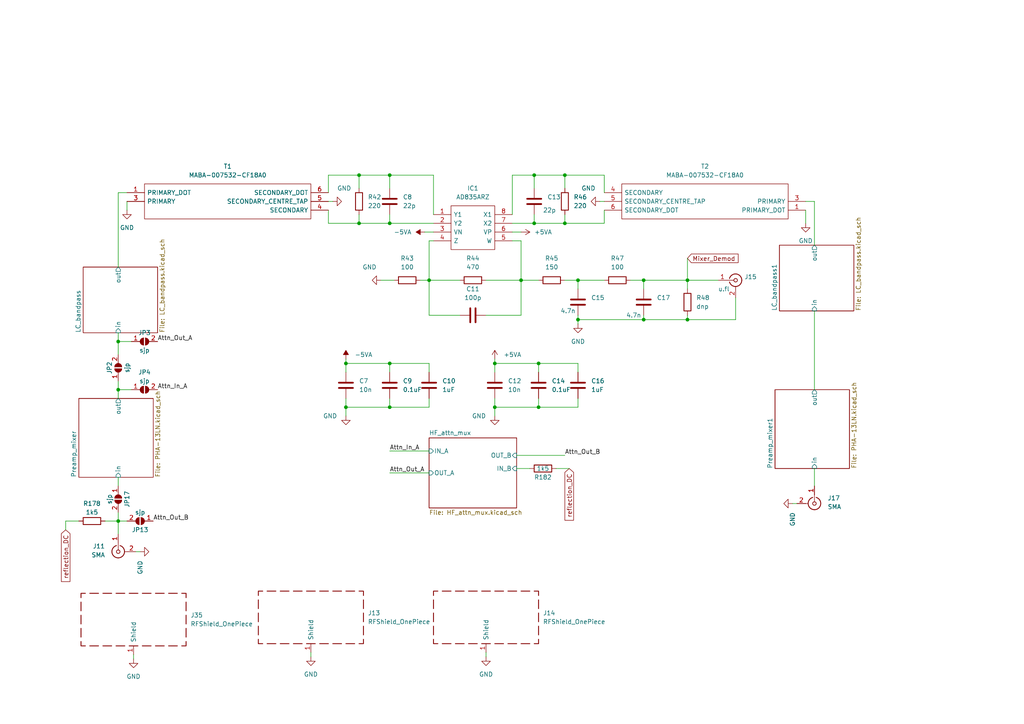
<source format=kicad_sch>
(kicad_sch (version 20211123) (generator eeschema)
  (paper "A4")
  (lib_symbols
    (symbol "Connector:Conn_Coaxial" (pin_names (offset 1.016) hide)
      (property "Reference" "J" (at 0.254 3.048 0))
      (property "Value" "Conn_Coaxial" (at 2.921 0 90))
      (symbol "Conn_Coaxial_0_1"
        (arc (start -1.778 -0.508) (mid 0.2311 -1.8066) (end 1.778 0) (stroke (width 0.254)))
        (polyline (pts (xy -2.54 0) (xy -0.508 0)))
        (polyline (pts (xy 0 -2.54) (xy 0 -1.778)))
        (circle (center 0 0) (radius 0.508) (stroke (width 0.2032)))
        (arc (start 1.778 0) (mid 0.2099 1.8101) (end -1.778 0.508) (stroke (width 0.254)))
      )
      (symbol "Conn_Coaxial_1_1"
        (pin passive line (at -5.08 0 0) (length 2.54) (name "In") (number "1"))
        (pin passive line (at 0 -5.08 90) (length 2.54) (name "Ext") (number "2"))
      )
    )
    (symbol "Device:C" (pin_numbers hide) (pin_names (offset 0.254))
      (property "Reference" "C" (at 0.635 2.54 0))
      (property "Value" "C" (at 0.635 -2.54 0))
      (symbol "C_0_1"
        (polyline (pts (xy -2.032 -0.762) (xy 2.032 -0.762)) (stroke (width 0.508)))
        (polyline (pts (xy -2.032 0.762) (xy 2.032 0.762)) (stroke (width 0.508)))
      )
      (symbol "C_1_1"
        (pin passive line (at 0 3.81 270) (length 2.794) (name "~") (number "1"))
        (pin passive line (at 0 -3.81 90) (length 2.794) (name "~") (number "2"))
      )
    )
    (symbol "Device:R" (pin_numbers hide) (pin_names (offset 0))
      (property "Reference" "R" (at 2.032 0 90))
      (property "Value" "R" (at 0 0 90))
      (symbol "R_0_1"
        (rectangle (start -1.016 -2.54) (end 1.016 2.54) (stroke (width 0.254)))
      )
      (symbol "R_1_1"
        (pin passive line (at 0 3.81 270) (length 1.27) (name "~") (number "1"))
        (pin passive line (at 0 -3.81 90) (length 1.27) (name "~") (number "2"))
      )
    )
    (symbol "Device:RFShield_OnePiece" (pin_names (offset 1.016))
      (property "Reference" "J" (at 0 5.08 0))
      (property "Value" "RFShield_OnePiece" (at 0 2.54 0))
      (symbol "RFShield_OnePiece_0_1"
        (polyline (pts (xy -15.24 -5.08) (xy -15.24 -2.54)) (stroke (width 0.254)))
        (polyline (pts (xy -15.24 -1.27) (xy -15.24 1.27)) (stroke (width 0.254)))
        (polyline (pts (xy -15.24 2.54) (xy -15.24 5.08)) (stroke (width 0.254)))
        (polyline (pts (xy -12.7 7.62) (xy -10.16 7.62)) (stroke (width 0.254)))
        (polyline (pts (xy -10.16 -7.62) (xy -12.7 -7.62)) (stroke (width 0.254)))
        (polyline (pts (xy -6.35 -7.62) (xy -8.89 -7.62)) (stroke (width 0.254)))
        (polyline (pts (xy -6.35 7.62) (xy -8.89 7.62)) (stroke (width 0.254)))
        (polyline (pts (xy -2.54 -7.62) (xy -5.08 -7.62)) (stroke (width 0.254)))
        (polyline (pts (xy -2.54 7.62) (xy -5.08 7.62)) (stroke (width 0.254)))
        (polyline (pts (xy -1.27 -7.62) (xy 1.27 -7.62)) (stroke (width 0.254)))
        (polyline (pts (xy 1.27 7.62) (xy -1.27 7.62)) (stroke (width 0.254)))
        (polyline (pts (xy 2.54 -7.62) (xy 5.08 -7.62)) (stroke (width 0.254)))
        (polyline (pts (xy 5.08 7.62) (xy 2.54 7.62)) (stroke (width 0.254)))
        (polyline (pts (xy 6.35 -7.62) (xy 8.89 -7.62)) (stroke (width 0.254)))
        (polyline (pts (xy 8.89 7.62) (xy 6.35 7.62)) (stroke (width 0.254)))
        (polyline (pts (xy 10.16 -7.62) (xy 12.7 -7.62)) (stroke (width 0.254)))
        (polyline (pts (xy 12.7 7.62) (xy 10.16 7.62)) (stroke (width 0.254)))
        (polyline (pts (xy 15.24 -5.08) (xy 15.24 -2.54)) (stroke (width 0.254)))
        (polyline (pts (xy 15.24 -1.27) (xy 15.24 1.27)) (stroke (width 0.254)))
        (polyline (pts (xy 15.24 2.54) (xy 15.24 5.08)) (stroke (width 0.254)))
        (polyline (pts (xy -15.24 6.35) (xy -15.24 7.62) (xy -13.97 7.62)) (stroke (width 0.254)))
        (polyline (pts (xy -13.97 -7.62) (xy -15.24 -7.62) (xy -15.24 -6.35)) (stroke (width 0.254)))
        (polyline (pts (xy 13.97 -7.62) (xy 15.24 -7.62) (xy 15.24 -6.35)) (stroke (width 0.254)))
        (polyline (pts (xy 15.24 6.35) (xy 15.24 7.62) (xy 13.97 7.62)) (stroke (width 0.254)))
      )
      (symbol "RFShield_OnePiece_1_1"
        (pin passive line (at 0 -10.16 90) (length 2.54) (name "Shield") (number "1"))
      )
    )
    (symbol "Jumper:SolderJumper_2_Open" (pin_names (offset 0) hide)
      (property "Reference" "JP" (at 0 2.032 0))
      (property "Value" "SolderJumper_2_Open" (at 0 -2.54 0))
      (symbol "SolderJumper_2_Open_0_1"
        (arc (start -0.254 1.016) (mid -1.27 0) (end -0.254 -1.016))
        (arc (start -0.254 1.016) (mid -1.27 0) (end -0.254 -1.016) (fill (type outline)))
        (polyline (pts (xy -0.254 1.016) (xy -0.254 -1.016)))
        (polyline (pts (xy 0.254 1.016) (xy 0.254 -1.016)))
        (arc (start 0.254 -1.016) (mid 1.27 0) (end 0.254 1.016))
        (arc (start 0.254 -1.016) (mid 1.27 0) (end 0.254 1.016) (fill (type outline)))
      )
      (symbol "SolderJumper_2_Open_1_1"
        (pin passive line (at -3.81 0 0) (length 2.54) (name "A") (number "1"))
        (pin passive line (at 3.81 0 180) (length 2.54) (name "B") (number "2"))
      )
    )
    (symbol "SamacSys_Parts:AD835ARZ" (pin_names (offset 0.762))
      (property "Reference" "IC" (at 19.05 7.62 0))
      (property "Value" "AD835ARZ" (at 19.05 5.08 0))
      (symbol "AD835ARZ_0_0"
        (pin passive line (at 0 0 0) (length 5.08) (name "Y1") (number "1"))
        (pin passive line (at 0 -2.54 0) (length 5.08) (name "Y2") (number "2"))
        (pin passive line (at 0 -5.08 0) (length 5.08) (name "VN") (number "3"))
        (pin passive line (at 0 -7.62 0) (length 5.08) (name "Z") (number "4"))
        (pin passive line (at 22.86 -7.62 180) (length 5.08) (name "W") (number "5"))
        (pin passive line (at 22.86 -5.08 180) (length 5.08) (name "VP") (number "6"))
        (pin passive line (at 22.86 -2.54 180) (length 5.08) (name "X2") (number "7"))
        (pin passive line (at 22.86 0 180) (length 5.08) (name "X1") (number "8"))
      )
      (symbol "AD835ARZ_0_1"
        (polyline (pts (xy 5.08 2.54) (xy 17.78 2.54) (xy 17.78 -10.16) (xy 5.08 -10.16) (xy 5.08 2.54)) (stroke (width 0.1524)))
      )
    )
    (symbol "SamacSys_Parts:MABA-007532-CF18A0" (pin_names (offset 0.762))
      (property "Reference" "T" (at 54.61 7.62 0))
      (property "Value" "MABA-007532-CF18A0" (at 54.61 5.08 0))
      (symbol "MABA-007532-CF18A0_0_0"
        (pin passive line (at 0 0 0) (length 5.08) (name "PRIMARY_DOT") (number "1"))
        (pin passive line (at 0 -2.54 0) (length 5.08) (name "PRIMARY") (number "3"))
        (pin passive line (at 58.42 -5.08 180) (length 5.08) (name "SECONDARY") (number "4"))
        (pin passive line (at 58.42 -2.54 180) (length 5.08) (name "SECONDARY_CENTRE_TAP") (number "5"))
        (pin passive line (at 58.42 0 180) (length 5.08) (name "SECONDARY_DOT") (number "6"))
      )
      (symbol "MABA-007532-CF18A0_0_1"
        (polyline (pts (xy 5.08 2.54) (xy 53.34 2.54) (xy 53.34 -7.62) (xy 5.08 -7.62) (xy 5.08 2.54)) (stroke (width 0.1524)))
      )
    )
    (symbol "power:+5VA" (power) (pin_names (offset 0))
      (property "Value" "+5VA" (at 0 3.556 0))
      (symbol "+5VA_0_1"
        (polyline (pts (xy -0.762 1.27) (xy 0 2.54)))
        (polyline (pts (xy 0 0) (xy 0 2.54)))
        (polyline (pts (xy 0 2.54) (xy 0.762 1.27)))
      )
      (symbol "+5VA_1_1"
        (pin power_in line (at 0 0 90) (length 0) hide (name "+5VA") (number "1"))
      )
    )
    (symbol "power:-5VA" (power) (pin_names (offset 0))
      (property "Value" "-5VA" (at 0 3.81 0))
      (symbol "-5VA_0_0"
        (pin power_in line (at 0 0 90) (length 0) hide (name "-5VA") (number "1"))
      )
      (symbol "-5VA_0_1"
        (polyline (pts (xy 0 0) (xy 0 1.27) (xy 0.762 1.27) (xy 0 2.54) (xy -0.762 1.27) (xy 0 1.27)) (fill (type outline)))
      )
    )
    (symbol "power:GND" (power) (pin_names (offset 0))
      (property "Value" "GND" (at 0 -3.81 0))
      (symbol "GND_0_1"
        (polyline (pts (xy 0 0) (xy 0 -1.27) (xy 1.27 -1.27) (xy 0 -2.54) (xy -1.27 -1.27) (xy 0 -1.27)))
      )
      (symbol "GND_1_1"
        (pin power_in line (at 0 0 270) (length 0) hide (name "GND") (number "1"))
      )
    )
  )
  (junction (at 186.69 92.71))
  (junction (at 143.51 118.11))
  (junction (at 100.33 105.41))
  (junction (at 124.46 81.28))
  (junction (at 199.39 81.28))
  (junction (at 163.83 50.8))
  (junction (at 199.39 92.71))
  (junction (at 154.94 50.8))
  (junction (at 113.03 118.11))
  (junction (at 156.21 105.41))
  (junction (at 34.29 113.03))
  (junction (at 163.83 64.77))
  (junction (at 167.64 81.28))
  (junction (at 154.94 64.77))
  (junction (at 104.14 50.8))
  (junction (at 104.14 64.77))
  (junction (at 113.03 50.8))
  (junction (at 143.51 105.41))
  (junction (at 113.03 64.77))
  (junction (at 34.29 151.13))
  (junction (at 186.69 81.28))
  (junction (at 156.21 118.11))
  (junction (at 167.64 92.71))
  (junction (at 113.03 105.41))
  (junction (at 100.33 118.11))
  (junction (at 151.13 81.28))
  (junction (at 34.29 99.06))
  (wire (pts (xy 104.14 50.8) (xy 113.03 50.8)))
  (wire (pts (xy 233.68 58.42) (xy 236.22 58.42)))
  (wire (pts (xy 143.51 105.41) (xy 143.51 107.95)))
  (wire (pts (xy 113.03 64.77) (xy 125.73 64.77)))
  (wire (pts (xy 95.25 64.77) (xy 104.14 64.77)))
  (wire (pts (xy 199.39 91.44) (xy 199.39 92.71)))
  (wire (pts (xy 100.33 105.41) (xy 100.33 107.95)))
  (wire (pts (xy 163.83 132.08) (xy 149.86 132.08)))
  (wire (pts (xy 175.26 55.88) (xy 175.26 50.8)))
  (wire (pts (xy 100.33 118.11) (xy 113.03 118.11)))
  (wire (pts (xy 34.29 110.49) (xy 34.29 113.03)))
  (wire (pts (xy 100.33 105.41) (xy 113.03 105.41)))
  (wire (pts (xy 143.51 105.41) (xy 156.21 105.41)))
  (wire (pts (xy 34.29 55.88) (xy 34.29 77.47)))
  (wire (pts (xy 100.33 120.65) (xy 100.33 118.11)))
  (wire (pts (xy 113.03 118.11) (xy 124.46 118.11)))
  (wire (pts (xy 113.03 115.57) (xy 113.03 118.11)))
  (wire (pts (xy 148.59 64.77) (xy 154.94 64.77)))
  (wire (pts (xy 110.49 81.28) (xy 114.3 81.28)))
  (wire (pts (xy 34.29 148.59) (xy 34.29 151.13)))
  (wire (pts (xy 140.97 190.5) (xy 140.97 189.23)))
  (wire (pts (xy 167.64 92.71) (xy 167.64 93.98)))
  (wire (pts (xy 175.26 60.96) (xy 175.26 64.77)))
  (wire (pts (xy 148.59 50.8) (xy 148.59 62.23)))
  (wire (pts (xy 167.64 105.41) (xy 156.21 105.41)))
  (wire (pts (xy 199.39 81.28) (xy 208.28 81.28)))
  (wire (pts (xy 186.69 91.44) (xy 186.69 92.71)))
  (wire (pts (xy 151.13 67.31) (xy 148.59 67.31)))
  (wire (pts (xy 34.29 115.57) (xy 34.29 113.03)))
  (wire (pts (xy 167.64 91.44) (xy 167.64 92.71)))
  (wire (pts (xy 236.22 71.12) (xy 236.22 58.42)))
  (wire (pts (xy 19.05 153.67) (xy 19.05 151.13)))
  (wire (pts (xy 124.46 118.11) (xy 124.46 115.57)))
  (wire (pts (xy 133.35 91.44) (xy 124.46 91.44)))
  (wire (pts (xy 113.03 62.23) (xy 113.03 64.77)))
  (wire (pts (xy 38.735 191.135) (xy 38.735 189.865)))
  (wire (pts (xy 148.59 69.85) (xy 151.13 69.85)))
  (wire (pts (xy 19.05 151.13) (xy 22.86 151.13)))
  (wire (pts (xy 229.87 146.05) (xy 231.14 146.05)))
  (wire (pts (xy 236.22 140.97) (xy 236.22 135.89)))
  (wire (pts (xy 104.14 64.77) (xy 113.03 64.77)))
  (wire (pts (xy 113.03 137.16) (xy 124.46 137.16)))
  (wire (pts (xy 151.13 81.28) (xy 151.13 91.44)))
  (wire (pts (xy 151.13 81.28) (xy 140.97 81.28)))
  (wire (pts (xy 156.21 118.11) (xy 167.64 118.11)))
  (wire (pts (xy 167.64 92.71) (xy 186.69 92.71)))
  (wire (pts (xy 199.39 92.71) (xy 213.36 92.71)))
  (wire (pts (xy 143.51 118.11) (xy 156.21 118.11)))
  (wire (pts (xy 154.94 54.61) (xy 154.94 50.8)))
  (wire (pts (xy 36.83 60.96) (xy 36.83 58.42)))
  (wire (pts (xy 233.68 64.77) (xy 233.68 60.96)))
  (wire (pts (xy 104.14 54.61) (xy 104.14 50.8)))
  (wire (pts (xy 186.69 81.28) (xy 199.39 81.28)))
  (wire (pts (xy 156.21 105.41) (xy 156.21 107.95)))
  (wire (pts (xy 40.64 160.02) (xy 39.37 160.02)))
  (wire (pts (xy 34.29 99.06) (xy 34.29 96.52)))
  (wire (pts (xy 153.67 135.89) (xy 149.86 135.89)))
  (wire (pts (xy 163.83 54.61) (xy 163.83 50.8)))
  (wire (pts (xy 113.03 50.8) (xy 113.03 54.61)))
  (wire (pts (xy 143.51 120.65) (xy 143.51 118.11)))
  (wire (pts (xy 124.46 81.28) (xy 121.92 81.28)))
  (wire (pts (xy 124.46 91.44) (xy 124.46 81.28)))
  (wire (pts (xy 100.33 118.11) (xy 100.33 115.57)))
  (wire (pts (xy 199.39 83.82) (xy 199.39 81.28)))
  (wire (pts (xy 34.29 151.13) (xy 34.29 154.94)))
  (wire (pts (xy 236.22 90.17) (xy 236.22 113.03)))
  (wire (pts (xy 90.17 190.5) (xy 90.17 189.23)))
  (wire (pts (xy 104.14 50.8) (xy 95.25 50.8)))
  (wire (pts (xy 95.25 60.96) (xy 95.25 64.77)))
  (wire (pts (xy 140.97 91.44) (xy 151.13 91.44)))
  (wire (pts (xy 95.25 58.42) (xy 96.52 58.42)))
  (wire (pts (xy 30.48 151.13) (xy 34.29 151.13)))
  (wire (pts (xy 167.64 107.95) (xy 167.64 105.41)))
  (wire (pts (xy 36.83 55.88) (xy 34.29 55.88)))
  (wire (pts (xy 151.13 69.85) (xy 151.13 81.28)))
  (wire (pts (xy 36.83 151.13) (xy 34.29 151.13)))
  (wire (pts (xy 38.1 113.03) (xy 34.29 113.03)))
  (wire (pts (xy 175.26 58.42) (xy 173.99 58.42)))
  (wire (pts (xy 125.73 62.23) (xy 125.73 50.8)))
  (wire (pts (xy 154.94 62.23) (xy 154.94 64.77)))
  (wire (pts (xy 38.1 99.06) (xy 34.29 99.06)))
  (wire (pts (xy 213.36 92.71) (xy 213.36 86.36)))
  (wire (pts (xy 133.35 81.28) (xy 124.46 81.28)))
  (wire (pts (xy 34.29 99.06) (xy 34.29 102.87)))
  (wire (pts (xy 199.39 74.93) (xy 199.39 81.28)))
  (wire (pts (xy 156.21 81.28) (xy 151.13 81.28)))
  (wire (pts (xy 113.03 50.8) (xy 125.73 50.8)))
  (wire (pts (xy 125.73 69.85) (xy 124.46 69.85)))
  (wire (pts (xy 163.83 62.23) (xy 163.83 64.77)))
  (wire (pts (xy 100.33 104.14) (xy 100.33 105.41)))
  (wire (pts (xy 143.51 104.14) (xy 143.51 105.41)))
  (wire (pts (xy 186.69 92.71) (xy 199.39 92.71)))
  (wire (pts (xy 124.46 69.85) (xy 124.46 81.28)))
  (wire (pts (xy 163.83 64.77) (xy 175.26 64.77)))
  (wire (pts (xy 148.59 50.8) (xy 154.94 50.8)))
  (wire (pts (xy 104.14 62.23) (xy 104.14 64.77)))
  (wire (pts (xy 95.25 50.8) (xy 95.25 55.88)))
  (wire (pts (xy 165.1 135.89) (xy 161.29 135.89)))
  (wire (pts (xy 156.21 115.57) (xy 156.21 118.11)))
  (wire (pts (xy 154.94 64.77) (xy 163.83 64.77)))
  (wire (pts (xy 186.69 81.28) (xy 186.69 83.82)))
  (wire (pts (xy 34.29 138.43) (xy 34.29 140.97)))
  (wire (pts (xy 163.83 81.28) (xy 167.64 81.28)))
  (wire (pts (xy 123.19 67.31) (xy 125.73 67.31)))
  (wire (pts (xy 167.64 81.28) (xy 167.64 83.82)))
  (wire (pts (xy 124.46 105.41) (xy 113.03 105.41)))
  (wire (pts (xy 154.94 50.8) (xy 163.83 50.8)))
  (wire (pts (xy 163.83 50.8) (xy 175.26 50.8)))
  (wire (pts (xy 124.46 107.95) (xy 124.46 105.41)))
  (wire (pts (xy 143.51 118.11) (xy 143.51 115.57)))
  (wire (pts (xy 113.03 105.41) (xy 113.03 107.95)))
  (wire (pts (xy 186.69 81.28) (xy 182.88 81.28)))
  (wire (pts (xy 175.26 81.28) (xy 167.64 81.28)))
  (wire (pts (xy 113.03 130.81) (xy 124.46 130.81)))
  (wire (pts (xy 167.64 118.11) (xy 167.64 115.57)))
  (label "Attn_In_A" (at 113.03 130.81 0))
  (label "Attn_Out_B" (at 44.45 151.13 0))
  (label "Attn_Out_B" (at 163.83 132.08 0))
  (label "Attn_Out_A" (at 113.03 137.16 0))
  (label "Attn_In_A" (at 45.72 113.03 0))
  (label "Attn_Out_A" (at 45.72 99.06 0))
  (global_label "Mixer_Demod" (shape input) (at 199.39 74.93 0) (property "Intersheet References" "${INTERSHEET_REFS}" (effects hide)))
  (global_label "reflection_DC" (shape input) (at 19.05 153.67 270) (property "Intersheet References" "${INTERSHEET_REFS}" (effects hide)))
  (global_label "reflection_DC" (shape input) (at 165.1 135.89 270) (property "Intersheet References" "${INTERSHEET_REFS}" (effects hide)))
  (symbol (lib_id "Device:C") (at 113.03 58.42 180) (unit 1)
    (property "Reference" "C8" (at 116.84 57.1499 0) (effects (justify right)))
    (property "Value" "22p" (at 116.84 59.6899 0) (effects (justify right)))
    (property "Footprint" "Capacitor_SMD:C_0805_2012Metric" (effects hide))
  )
  (symbol (lib_id "Device:R") (at 26.67 151.13 90) (unit 1)
    (property "Reference" "R178" (at 26.67 146.05 90))
    (property "Value" "1k5" (at 26.67 148.59 90))
    (property "Footprint" "Resistor_SMD:R_0805_2012Metric" (effects hide))
  )
  (symbol (lib_id "Jumper:SolderJumper_2_Open") (at 34.29 144.78 270) (unit 1)
    (property "Reference" "JP17" (at 36.83 144.78 0))
    (property "Value" "sjp" (at 31.75 144.78 0))
    (property "Footprint" "Jumper:SolderJumper-2_P1.3mm_Open_RoundedPad1.0x1.5mm" (effects hide))
  )
  (symbol (lib_id "Device:R") (at 199.39 87.63 180) (unit 1)
    (property "Reference" "R48" (at 201.93 86.3599 0) (effects (justify right)))
    (property "Value" "dnp" (at 201.93 88.8999 0) (effects (justify right)))
    (property "Footprint" "Resistor_SMD:R_0805_2012Metric" (effects hide))
  )
  (symbol (lib_id "Jumper:SolderJumper_2_Open") (at 41.91 113.03 0) (unit 1)
    (property "Reference" "JP4" (at 41.91 107.95 0))
    (property "Value" "sjp" (at 41.91 110.49 0))
    (property "Footprint" "Jumper:SolderJumper-2_P1.3mm_Open_RoundedPad1.0x1.5mm" (effects hide))
  )
  (symbol (lib_id "Device:R") (at 118.11 81.28 90) (unit 1)
    (property "Reference" "R43" (at 118.11 74.93 90))
    (property "Value" "100" (at 118.11 77.47 90))
    (property "Footprint" "Resistor_SMD:R_0805_2012Metric" (effects hide))
  )
  (symbol (lib_id "Device:C") (at 156.21 111.76 0) (unit 1)
    (property "Reference" "C14" (at 160.02 110.4899 0) (effects (justify left)))
    (property "Value" "0.1uF" (at 160.02 113.0299 0) (effects (justify left)))
    (property "Footprint" "Capacitor_SMD:C_0603_1608Metric_Pad1.08x0.95mm_HandSolder" (effects hide))
  )
  (symbol (lib_id "Device:C") (at 143.51 111.76 0) (unit 1)
    (property "Reference" "C12" (at 147.32 110.4899 0) (effects (justify left)))
    (property "Value" "10n" (at 147.32 113.0299 0) (effects (justify left)))
    (property "Footprint" "Capacitor_SMD:C_0603_1608Metric_Pad1.08x0.95mm_HandSolder" (effects hide))
  )
  (symbol (lib_id "Device:C") (at 137.16 91.44 90) (unit 1)
    (property "Reference" "C11" (at 137.16 83.82 90))
    (property "Value" "100p" (at 137.16 86.36 90))
    (property "Footprint" "Capacitor_SMD:C_0805_2012Metric" (effects hide))
  )
  (symbol (lib_id "power:GND") (at 96.52 58.42 90) (mirror x) (unit 1)
    (property "Reference" "#PWR0151" (effects hide))
    (property "Value" "GND" (at 97.79 54.61 90) (effects (justify right)))
  )
  (symbol (lib_id "Connector:Conn_Coaxial") (at 34.29 160.02 90) (mirror x) (unit 1)
    (property "Reference" "J11" (at 30.48 158.4324 90) (effects (justify left)))
    (property "Value" "SMA" (at 30.48 160.9724 90) (effects (justify left)))
    (property "Footprint" "Connector_Coaxial:SMA_Amphenol_132134-10_Vertical" (effects hide))
    (property "Datasheet" " ~" (effects hide))
  )
  (symbol (lib_id "power:GND") (at 233.68 64.77 0) (mirror y) (unit 1)
    (property "Reference" "#PWR0164" (effects hide))
    (property "Value" "GND" (at 233.68 69.85 0))
  )
  (symbol (lib_id "power:+5VA") (at 151.13 67.31 270) (unit 1)
    (property "Reference" "#PWR0165" (effects hide))
    (property "Value" "+5VA" (at 154.94 67.3099 90) (effects (justify left)))
  )
  (symbol (lib_id "Connector:Conn_Coaxial") (at 213.36 81.28 0) (unit 1)
    (property "Reference" "J15" (at 215.9 80.3031 0) (effects (justify left)))
    (property "Value" "u.fl" (at 208.28 83.82 0) (effects (justify left)))
    (property "Footprint" "Connector_Coaxial:U.FL_Hirose_U.FL-R-SMT-1_Vertical" (effects hide))
    (property "Datasheet" " ~" (effects hide))
  )
  (symbol (lib_id "Device:C") (at 167.64 87.63 180) (unit 1)
    (property "Reference" "C15" (at 171.45 86.3599 0) (effects (justify right)))
    (property "Value" "4.7n" (at 162.56 90.17 0) (effects (justify right)))
    (property "Footprint" "Capacitor_SMD:C_0805_2012Metric" (effects hide))
  )
  (symbol (lib_id "Device:RFShield_OnePiece") (at 38.735 179.705 0) (unit 1)
    (property "Reference" "J35" (at 55.245 178.4349 0) (effects (justify left)))
    (property "Value" "RFShield_OnePiece" (at 55.245 180.9749 0) (effects (justify left)))
    (property "Footprint" "SamacSys_Parts:21187222_RF_shield" (effects hide))
  )
  (symbol (lib_id "SamacSys_Parts:MABA-007532-CF18A0") (at 36.83 55.88 0) (unit 1)
    (property "Reference" "T1" (at 66.04 48.26 0))
    (property "Value" "MABA-007532-CF18A0" (at 66.04 50.8 0))
    (property "Footprint" "SamacSys_Parts:MABA007532CF18A0" (effects hide))
    (property "Datasheet" "https://cdn.macom.com/datasheets/MABA-007532-CF18A0.pdf" (effects hide))
    (property "Description" "Audio Transformers / Signal Transformers 2-500MHz Center Tap Imp. Ratio 1:1" (effects hide))
    (property "Height" "3.82" (effects hide))
    (property "Mouser Part Number" "937-MABA007532CF18A0" (effects hide))
    (property "Mouser Price/Stock" "https://www.mouser.co.uk/ProductDetail/MACOM/MABA-007532-CF18A0?qs=zQS7eqYV0KQDfjGrigKCxA%3D%3D" (effects hide))
    (property "Manufacturer_Name" "MACOM" (effects hide))
    (property "Manufacturer_Part_Number" "MABA-007532-CF18A0" (effects hide))
  )
  (symbol (lib_id "Device:R") (at 104.14 58.42 0) (mirror y) (unit 1)
    (property "Reference" "R42" (at 106.68 57.1499 0) (effects (justify right)))
    (property "Value" "220" (at 106.68 59.6899 0) (effects (justify right)))
    (property "Footprint" "Resistor_SMD:R_0805_2012Metric" (effects hide))
  )
  (symbol (lib_id "Device:RFShield_OnePiece") (at 140.97 179.07 0) (unit 1)
    (property "Reference" "J14" (at 157.48 177.7999 0) (effects (justify left)))
    (property "Value" "RFShield_OnePiece" (at 157.48 180.3399 0) (effects (justify left)))
    (property "Footprint" "SamacSys_Parts:21187222_RF_shield" (effects hide))
  )
  (symbol (lib_id "power:GND") (at 100.33 120.65 0) (unit 1)
    (property "Reference" "#PWR0158" (effects hide))
    (property "Value" "GND" (at 97.79 120.65 0) (effects (justify right)))
  )
  (symbol (lib_id "Device:C") (at 100.33 111.76 0) (unit 1)
    (property "Reference" "C7" (at 104.14 110.4899 0) (effects (justify left)))
    (property "Value" "10n" (at 104.14 113.0299 0) (effects (justify left)))
    (property "Footprint" "Capacitor_SMD:C_0603_1608Metric_Pad1.08x0.95mm_HandSolder" (effects hide))
  )
  (symbol (lib_id "power:GND") (at 40.64 160.02 90) (unit 1)
    (property "Reference" "#PWR0154" (effects hide))
    (property "Value" "GND" (at 40.64 162.56 0) (effects (justify right)))
  )
  (symbol (lib_id "power:+5VA") (at 143.51 104.14 0) (unit 1)
    (property "Reference" "#PWR0156" (effects hide))
    (property "Value" "+5VA" (at 146.05 102.8699 0) (effects (justify left)))
  )
  (symbol (lib_id "power:GND") (at 38.735 191.135 0) (unit 1)
    (property "Reference" "#PWR0245" (effects hide))
    (property "Value" "GND" (at 38.735 196.215 0))
  )
  (symbol (lib_id "Device:RFShield_OnePiece") (at 90.17 179.07 0) (unit 1)
    (property "Reference" "J13" (at 106.68 177.7999 0) (effects (justify left)))
    (property "Value" "RFShield_OnePiece" (at 106.68 180.3399 0) (effects (justify left)))
    (property "Footprint" "SamacSys_Parts:21187222_RF_shield" (effects hide))
  )
  (symbol (lib_id "power:GND") (at 173.99 58.42 270) (unit 1)
    (property "Reference" "#PWR0166" (effects hide))
    (property "Value" "GND" (at 172.72 54.61 90) (effects (justify right)))
  )
  (symbol (lib_id "Jumper:SolderJumper_2_Open") (at 34.29 106.68 90) (unit 1)
    (property "Reference" "JP2" (at 31.75 106.68 0))
    (property "Value" "sjp" (at 36.83 106.68 0))
    (property "Footprint" "Jumper:SolderJumper-2_P1.3mm_Open_RoundedPad1.0x1.5mm" (effects hide))
  )
  (symbol (lib_id "Jumper:SolderJumper_2_Open") (at 41.91 99.06 0) (unit 1)
    (property "Reference" "JP3" (at 41.91 96.52 0))
    (property "Value" "sjp" (at 41.91 101.6 0))
    (property "Footprint" "Jumper:SolderJumper-2_P1.3mm_Open_RoundedPad1.0x1.5mm" (effects hide))
  )
  (symbol (lib_id "power:GND") (at 167.64 93.98 0) (unit 1)
    (property "Reference" "#PWR0155" (effects hide))
    (property "Value" "GND" (at 167.64 99.06 0))
  )
  (symbol (lib_id "power:-5VA") (at 100.33 104.14 0) (unit 1)
    (property "Reference" "#PWR0150" (effects hide))
    (property "Value" "-5VA" (at 102.87 102.8699 0) (effects (justify left)))
  )
  (symbol (lib_id "Device:C") (at 124.46 111.76 0) (unit 1)
    (property "Reference" "C10" (at 128.27 110.4899 0) (effects (justify left)))
    (property "Value" "1uF" (at 128.27 113.0299 0) (effects (justify left)))
    (property "Footprint" "Capacitor_SMD:C_0805_2012Metric" (effects hide))
  )
  (symbol (lib_id "power:GND") (at 36.83 60.96 0) (mirror y) (unit 1)
    (property "Reference" "#PWR0152" (effects hide))
    (property "Value" "GND" (at 36.83 66.04 0))
  )
  (symbol (lib_id "power:GND") (at 110.49 81.28 270) (unit 1)
    (property "Reference" "#PWR0149" (effects hide))
    (property "Value" "GND" (at 109.22 77.47 90) (effects (justify right)))
  )
  (symbol (lib_id "Device:R") (at 137.16 81.28 90) (unit 1)
    (property "Reference" "R44" (at 137.16 74.93 90))
    (property "Value" "470" (at 137.16 77.47 90))
    (property "Footprint" "Resistor_SMD:R_0805_2012Metric" (effects hide))
  )
  (symbol (lib_id "Device:R") (at 160.02 81.28 90) (unit 1)
    (property "Reference" "R45" (at 160.02 74.93 90))
    (property "Value" "150" (at 160.02 77.47 90))
    (property "Footprint" "Resistor_SMD:R_0805_2012Metric" (effects hide))
  )
  (symbol (lib_id "power:GND") (at 143.51 120.65 0) (unit 1)
    (property "Reference" "#PWR0160" (effects hide))
    (property "Value" "GND" (at 140.97 120.65 0) (effects (justify right)))
  )
  (symbol (lib_id "Device:R") (at 179.07 81.28 90) (unit 1)
    (property "Reference" "R47" (at 179.07 74.93 90))
    (property "Value" "100" (at 179.07 77.47 90))
    (property "Footprint" "Resistor_SMD:R_0805_2012Metric" (effects hide))
  )
  (symbol (lib_id "power:-5VA") (at 123.19 67.31 90) (unit 1)
    (property "Reference" "#PWR0157" (effects hide))
    (property "Value" "-5VA" (at 119.38 67.3099 90) (effects (justify left)))
  )
  (symbol (lib_id "Device:C") (at 113.03 111.76 0) (unit 1)
    (property "Reference" "C9" (at 116.84 110.4899 0) (effects (justify left)))
    (property "Value" "0.1uF" (at 116.84 113.0299 0) (effects (justify left)))
    (property "Footprint" "Capacitor_SMD:C_0603_1608Metric_Pad1.08x0.95mm_HandSolder" (effects hide))
  )
  (symbol (lib_id "power:GND") (at 140.97 190.5 0) (unit 1)
    (property "Reference" "#PWR0161" (effects hide))
    (property "Value" "GND" (at 140.97 195.58 0))
  )
  (symbol (lib_id "Device:C") (at 186.69 87.63 180) (unit 1)
    (property "Reference" "C17" (at 190.5 86.3599 0) (effects (justify right)))
    (property "Value" "4.7n" (at 181.61 91.44 0) (effects (justify right)))
    (property "Footprint" "Capacitor_SMD:C_0805_2012Metric" (effects hide))
  )
  (symbol (lib_id "SamacSys_Parts:MABA-007532-CF18A0") (at 233.68 60.96 180) (unit 1)
    (property "Reference" "T2" (at 204.47 48.26 0))
    (property "Value" "MABA-007532-CF18A0" (at 204.47 50.8 0))
    (property "Footprint" "SamacSys_Parts:MABA007532CF18A0" (effects hide))
    (property "Datasheet" "https://cdn.macom.com/datasheets/MABA-007532-CF18A0.pdf" (effects hide))
    (property "Description" "Audio Transformers / Signal Transformers 2-500MHz Center Tap Imp. Ratio 1:1" (effects hide))
    (property "Height" "3.82" (effects hide))
    (property "Mouser Part Number" "937-MABA007532CF18A0" (effects hide))
    (property "Mouser Price/Stock" "https://www.mouser.co.uk/ProductDetail/MACOM/MABA-007532-CF18A0?qs=zQS7eqYV0KQDfjGrigKCxA%3D%3D" (effects hide))
    (property "Manufacturer_Name" "MACOM" (effects hide))
    (property "Manufacturer_Part_Number" "MABA-007532-CF18A0" (effects hide))
  )
  (symbol (lib_id "Device:C") (at 154.94 58.42 180) (unit 1)
    (property "Reference" "C13" (at 158.75 57.1499 0) (effects (justify right)))
    (property "Value" "22p" (at 157.48 60.96 0) (effects (justify right)))
    (property "Footprint" "Capacitor_SMD:C_0805_2012Metric" (effects hide))
  )
  (symbol (lib_id "power:GND") (at 90.17 190.5 0) (unit 1)
    (property "Reference" "#PWR0159" (effects hide))
    (property "Value" "GND" (at 90.17 195.58 0))
  )
  (symbol (lib_id "power:GND") (at 229.87 146.05 270) (mirror x) (unit 1)
    (property "Reference" "#PWR0162" (effects hide))
    (property "Value" "GND" (at 229.87 148.59 0) (effects (justify right)))
  )
  (symbol (lib_id "Connector:Conn_Coaxial") (at 236.22 146.05 270) (unit 1)
    (property "Reference" "J17" (at 240.03 144.4624 90) (effects (justify left)))
    (property "Value" "SMA" (at 240.03 147.0024 90) (effects (justify left)))
    (property "Footprint" "Connector_Coaxial:SMA_Amphenol_132134-10_Vertical" (effects hide))
    (property "Datasheet" " ~" (effects hide))
  )
  (symbol (lib_id "Device:R") (at 157.48 135.89 270) (unit 1)
    (property "Reference" "R182" (at 157.48 138.43 90))
    (property "Value" "1k5" (at 157.48 135.89 90))
    (property "Footprint" "Resistor_SMD:R_0805_2012Metric" (effects hide))
  )
  (symbol (lib_id "Device:C") (at 167.64 111.76 0) (unit 1)
    (property "Reference" "C16" (at 171.45 110.4899 0) (effects (justify left)))
    (property "Value" "1uF" (at 171.45 113.0299 0) (effects (justify left)))
    (property "Footprint" "Capacitor_SMD:C_0805_2012Metric" (effects hide))
  )
  (symbol (lib_id "Jumper:SolderJumper_2_Open") (at 40.64 151.13 180) (unit 1)
    (property "Reference" "JP13" (at 40.64 153.67 0))
    (property "Value" "sjp" (at 40.64 148.59 0))
    (property "Footprint" "Jumper:SolderJumper-2_P1.3mm_Open_RoundedPad1.0x1.5mm" (effects hide))
  )
  (symbol (lib_id "SamacSys_Parts:AD835ARZ") (at 125.73 62.23 0) (unit 1)
    (property "Reference" "IC1" (at 137.16 54.61 0))
    (property "Value" "AD835ARZ" (at 137.16 57.15 0))
    (property "Footprint" "SamacSys_Parts:SOIC127P600X175-8N" (effects hide))
    (property "Datasheet" "http://www.analog.com/static/imported-files/data_sheets/AD835.pdf" (effects hide))
    (property "Description" "AD835ARZ, Analogue Multiplier 4-Bits 8-Pin SOIC" (effects hide))
    (property "Height" "1.75" (effects hide))
    (property "Mouser Part Number" "584-AD835ARZ" (effects hide))
    (property "Mouser Price/Stock" "https://www.mouser.co.uk/ProductDetail/Analog-Devices/AD835ARZ?qs=%2FtpEQrCGXCx2l1%252Byta%2FM0g%3D%3D" (effects hide))
    (property "Manufacturer_Name" "Analog Devices" (effects hide))
    (property "Manufacturer_Part_Number" "AD835ARZ" (effects hide))
  )
  (symbol (lib_id "Device:R") (at 163.83 58.42 0) (unit 1)
    (property "Reference" "R46" (at 166.37 57.1499 0) (effects (justify left)))
    (property "Value" "220" (at 166.37 59.6899 0) (effects (justify left)))
    (property "Footprint" "Resistor_SMD:R_0805_2012Metric" (effects hide))
  )
  (sheet (at 226.06 71.12) (size 21.59 19.05) (stroke (width 0.1524))
    (property "Sheet name" "LC_bandpass1" (at 225.3484 90.17 90) (effects (justify left bottom)))
    (property "Sheet file" "LC_bandpass.kicad_sch" (at 248.2346 90.17 90) (effects (justify left top)))
    (pin "out" output (at 236.22 71.12 90))
    (pin "in" input (at 236.22 90.17 270))
  )
  (sheet (at 224.79 113.03) (size 21.59 22.86) (stroke (width 0.1524))
    (property "Sheet name" "Preamp_mixer1" (at 224.0784 135.89 90) (effects (justify left bottom)))
    (property "Sheet file" "PHA-13LN.kicad_sch" (at 246.9646 135.89 90) (effects (justify left top)))
    (pin "in" input (at 236.22 135.89 270))
    (pin "out" output (at 236.22 113.03 90))
  )
  (sheet (at 24.13 77.47) (size 21.59 19.05) (stroke (width 0.1524))
    (property "Sheet name" "LC_bandpass" (at 23.4184 96.52 90) (effects (justify left bottom)))
    (property "Sheet file" "LC_bandpass.kicad_sch" (at 46.3046 96.52 90) (effects (justify left top)))
    (pin "out" output (at 34.29 77.47 90))
    (pin "in" input (at 34.29 96.52 270))
  )
  (sheet (at 124.46 127) (size 25.4 20.32) (stroke (width 0.1524))
    (property "Sheet name" "HF_attn_mux" (at 124.46 126.2884 0) (effects (justify left bottom)))
    (property "Sheet file" "HF_attn_mux.kicad_sch" (at 124.46 147.9046 0) (effects (justify left top)))
    (pin "IN_A" input (at 124.46 130.81 180))
    (pin "OUT_B" input (at 149.86 132.08 0))
    (pin "OUT_A" input (at 124.46 137.16 180))
    (pin "IN_B" input (at 149.86 135.89 0))
  )
  (sheet (at 22.86 115.57) (size 21.59 22.86) (stroke (width 0.1524))
    (property "Sheet name" "Preamp_mixer" (at 22.1484 138.43 90) (effects (justify left bottom)))
    (property "Sheet file" "PHA-13LN.kicad_sch" (at 45.0346 138.43 90) (effects (justify left top)))
    (pin "in" input (at 34.29 138.43 270))
    (pin "out" output (at 34.29 115.57 90))
  )
)
</source>
